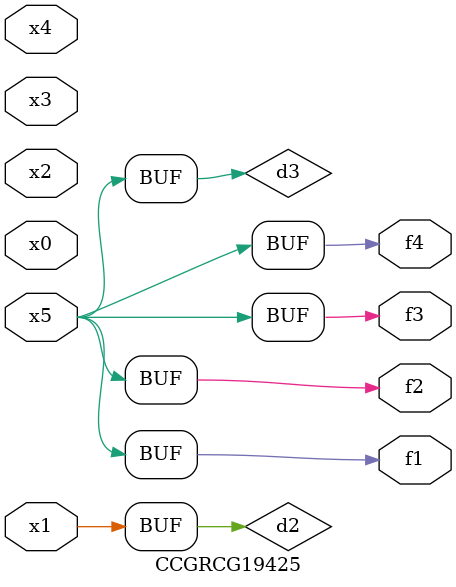
<source format=v>
module CCGRCG19425(
	input x0, x1, x2, x3, x4, x5,
	output f1, f2, f3, f4
);

	wire d1, d2, d3;

	not (d1, x5);
	or (d2, x1);
	xnor (d3, d1);
	assign f1 = d3;
	assign f2 = d3;
	assign f3 = d3;
	assign f4 = d3;
endmodule

</source>
